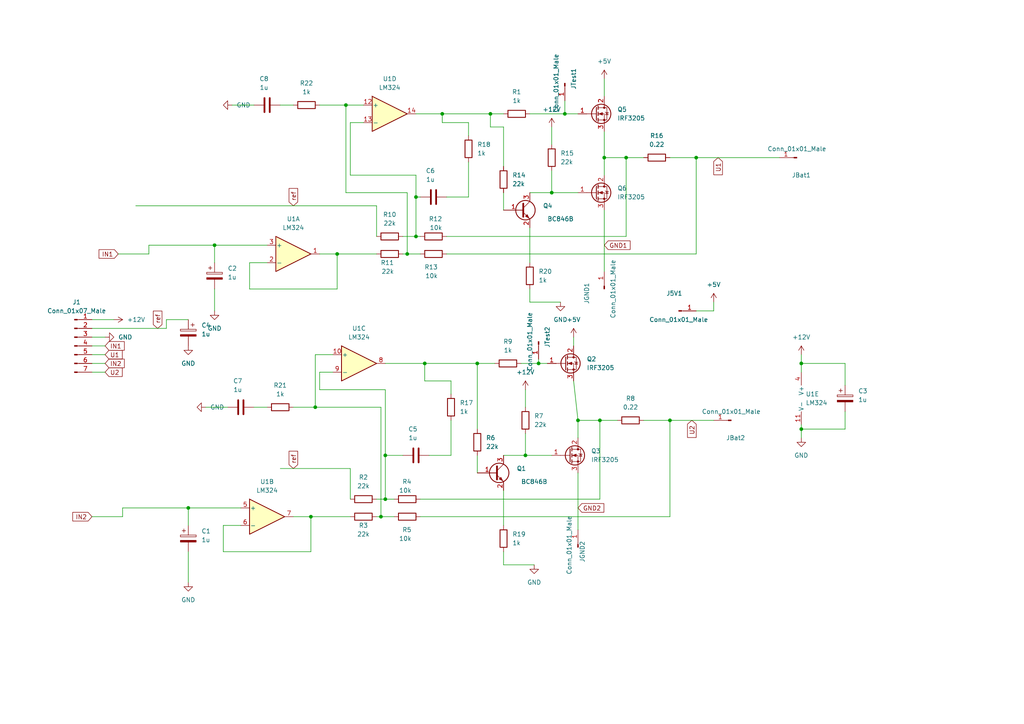
<source format=kicad_sch>
(kicad_sch (version 20211123) (generator eeschema)
  (paper "A4")
  (lib_symbols
    (symbol "Amplifier_Operational:LM324" (pin_names (offset 0.127))
      (property "Reference" "U" (at 0 5.08 0))
      (property "Value" "LM324" (at 0 -5.08 0))
      (symbol "LM324_1_1"
        (polyline (pts (xy -5.08 5.08) (xy 5.08 0) (xy -5.08 -5.08) (xy -5.08 5.08)) (stroke (width 0.254)) (fill (type background)))
        (pin output line (at 7.62 0 180) (length 2.54) (name "~") (number "1"))
        (pin input line (at -7.62 -2.54 0) (length 2.54) (name "-") (number "2"))
        (pin input line (at -7.62 2.54 0) (length 2.54) (name "+") (number "3"))
      )
      (symbol "LM324_2_1"
        (polyline (pts (xy -5.08 5.08) (xy 5.08 0) (xy -5.08 -5.08) (xy -5.08 5.08)) (stroke (width 0.254)) (fill (type background)))
        (pin input line (at -7.62 2.54 0) (length 2.54) (name "+") (number "5"))
        (pin input line (at -7.62 -2.54 0) (length 2.54) (name "-") (number "6"))
        (pin output line (at 7.62 0 180) (length 2.54) (name "~") (number "7"))
      )
      (symbol "LM324_3_1"
        (polyline (pts (xy -5.08 5.08) (xy 5.08 0) (xy -5.08 -5.08) (xy -5.08 5.08)) (stroke (width 0.254)) (fill (type background)))
        (pin input line (at -7.62 2.54 0) (length 2.54) (name "+") (number "10"))
        (pin output line (at 7.62 0 180) (length 2.54) (name "~") (number "8"))
        (pin input line (at -7.62 -2.54 0) (length 2.54) (name "-") (number "9"))
      )
      (symbol "LM324_4_1"
        (polyline (pts (xy -5.08 5.08) (xy 5.08 0) (xy -5.08 -5.08) (xy -5.08 5.08)) (stroke (width 0.254)) (fill (type background)))
        (pin input line (at -7.62 2.54 0) (length 2.54) (name "+") (number "12"))
        (pin input line (at -7.62 -2.54 0) (length 2.54) (name "-") (number "13"))
        (pin output line (at 7.62 0 180) (length 2.54) (name "~") (number "14"))
      )
      (symbol "LM324_5_1"
        (pin power_in line (at -2.54 -7.62 90) (length 3.81) (name "V-") (number "11"))
        (pin power_in line (at -2.54 7.62 270) (length 3.81) (name "V+") (number "4"))
      )
    )
    (symbol "Connector:Conn_01x01_Male" (pin_names (offset 1.016) hide)
      (property "Reference" "J" (at 0 2.54 0))
      (property "Value" "Conn_01x01_Male" (at 0 -2.54 0))
      (symbol "Conn_01x01_Male_1_1"
        (polyline (pts (xy 1.27 0) (xy 0.8636 0)) (stroke (width 0.1524)))
        (rectangle (start 0.8636 0.127) (end 0 -0.127) (stroke (width 0.1524)) (fill (type outline)))
        (pin passive line (at 5.08 0 180) (length 3.81) (name "Pin_1") (number "1"))
      )
    )
    (symbol "Connector:Conn_01x07_Male" (pin_names (offset 1.016) hide)
      (property "Reference" "J" (at 0 10.16 0))
      (property "Value" "Conn_01x07_Male" (at 0 -10.16 0))
      (symbol "Conn_01x07_Male_1_1"
        (polyline (pts (xy 1.27 -7.62) (xy 0.8636 -7.62)) (stroke (width 0.1524)))
        (polyline (pts (xy 1.27 -5.08) (xy 0.8636 -5.08)) (stroke (width 0.1524)))
        (polyline (pts (xy 1.27 -2.54) (xy 0.8636 -2.54)) (stroke (width 0.1524)))
        (polyline (pts (xy 1.27 0) (xy 0.8636 0)) (stroke (width 0.1524)))
        (polyline (pts (xy 1.27 2.54) (xy 0.8636 2.54)) (stroke (width 0.1524)))
        (polyline (pts (xy 1.27 5.08) (xy 0.8636 5.08)) (stroke (width 0.1524)))
        (polyline (pts (xy 1.27 7.62) (xy 0.8636 7.62)) (stroke (width 0.1524)))
        (rectangle (start 0.8636 -7.493) (end 0 -7.747) (stroke (width 0.1524)) (fill (type outline)))
        (rectangle (start 0.8636 -4.953) (end 0 -5.207) (stroke (width 0.1524)) (fill (type outline)))
        (rectangle (start 0.8636 -2.413) (end 0 -2.667) (stroke (width 0.1524)) (fill (type outline)))
        (rectangle (start 0.8636 0.127) (end 0 -0.127) (stroke (width 0.1524)) (fill (type outline)))
        (rectangle (start 0.8636 2.667) (end 0 2.413) (stroke (width 0.1524)) (fill (type outline)))
        (rectangle (start 0.8636 5.207) (end 0 4.953) (stroke (width 0.1524)) (fill (type outline)))
        (rectangle (start 0.8636 7.747) (end 0 7.493) (stroke (width 0.1524)) (fill (type outline)))
        (pin passive line (at 5.08 7.62 180) (length 3.81) (name "Pin_1") (number "1"))
        (pin passive line (at 5.08 5.08 180) (length 3.81) (name "Pin_2") (number "2"))
        (pin passive line (at 5.08 2.54 180) (length 3.81) (name "Pin_3") (number "3"))
        (pin passive line (at 5.08 0 180) (length 3.81) (name "Pin_4") (number "4"))
        (pin passive line (at 5.08 -2.54 180) (length 3.81) (name "Pin_5") (number "5"))
        (pin passive line (at 5.08 -5.08 180) (length 3.81) (name "Pin_6") (number "6"))
        (pin passive line (at 5.08 -7.62 180) (length 3.81) (name "Pin_7") (number "7"))
      )
    )
    (symbol "Device:C" (pin_numbers hide) (pin_names (offset 0.254))
      (property "Reference" "C" (at 0.635 2.54 0))
      (property "Value" "C" (at 0.635 -2.54 0))
      (symbol "C_0_1"
        (polyline (pts (xy -2.032 -0.762) (xy 2.032 -0.762)) (stroke (width 0.508)))
        (polyline (pts (xy -2.032 0.762) (xy 2.032 0.762)) (stroke (width 0.508)))
      )
      (symbol "C_1_1"
        (pin passive line (at 0 3.81 270) (length 2.794) (name "~") (number "1"))
        (pin passive line (at 0 -3.81 90) (length 2.794) (name "~") (number "2"))
      )
    )
    (symbol "Device:C_Polarized" (pin_numbers hide) (pin_names (offset 0.254))
      (property "Reference" "C" (at 0.635 2.54 0))
      (property "Value" "C_Polarized" (at 0.635 -2.54 0))
      (symbol "C_Polarized_0_1"
        (rectangle (start -2.286 0.508) (end 2.286 1.016))
        (polyline (pts (xy -1.778 2.286) (xy -0.762 2.286)))
        (polyline (pts (xy -1.27 2.794) (xy -1.27 1.778)))
        (rectangle (start 2.286 -0.508) (end -2.286 -1.016) (fill (type outline)))
      )
      (symbol "C_Polarized_1_1"
        (pin passive line (at 0 3.81 270) (length 2.794) (name "~") (number "1"))
        (pin passive line (at 0 -3.81 90) (length 2.794) (name "~") (number "2"))
      )
    )
    (symbol "Device:Q_NPN_BEC" (pin_names (offset 0) hide)
      (property "Reference" "Q" (at 5.08 1.27 0))
      (property "Value" "Q_NPN_BEC" (at 5.08 -1.27 0))
      (symbol "Q_NPN_BEC_0_1"
        (polyline (pts (xy 0.635 0.635) (xy 2.54 2.54)))
        (polyline (pts (xy 0.635 -0.635) (xy 2.54 -2.54) (xy 2.54 -2.54)))
        (polyline (pts (xy 0.635 1.905) (xy 0.635 -1.905) (xy 0.635 -1.905)) (stroke (width 0.508)))
        (polyline (pts (xy 1.27 -1.778) (xy 1.778 -1.27) (xy 2.286 -2.286) (xy 1.27 -1.778) (xy 1.27 -1.778)) (fill (type outline)))
        (circle (center 1.27 0) (radius 2.8194) (stroke (width 0.254)))
      )
      (symbol "Q_NPN_BEC_1_1"
        (pin input line (at -5.08 0 0) (length 5.715) (name "B") (number "1"))
        (pin passive line (at 2.54 -5.08 90) (length 2.54) (name "E") (number "2"))
        (pin passive line (at 2.54 5.08 270) (length 2.54) (name "C") (number "3"))
      )
    )
    (symbol "Device:R" (pin_numbers hide) (pin_names (offset 0))
      (property "Reference" "R" (at 2.032 0 90))
      (property "Value" "R" (at 0 0 90))
      (symbol "R_0_1"
        (rectangle (start -1.016 -2.54) (end 1.016 2.54) (stroke (width 0.254)))
      )
      (symbol "R_1_1"
        (pin passive line (at 0 3.81 270) (length 1.27) (name "~") (number "1"))
        (pin passive line (at 0 -3.81 90) (length 1.27) (name "~") (number "2"))
      )
    )
    (symbol "Transistor_FET:IRF3205" (pin_names hide)
      (property "Reference" "Q" (at 6.35 1.905 0))
      (property "Value" "IRF3205" (at 6.35 0 0))
      (symbol "IRF3205_0_1"
        (polyline (pts (xy 0.254 0) (xy -2.54 0)))
        (polyline (pts (xy 0.254 1.905) (xy 0.254 -1.905)) (stroke (width 0.254)))
        (polyline (pts (xy 0.762 -1.27) (xy 0.762 -2.286)) (stroke (width 0.254)))
        (polyline (pts (xy 0.762 0.508) (xy 0.762 -0.508)) (stroke (width 0.254)))
        (polyline (pts (xy 0.762 2.286) (xy 0.762 1.27)) (stroke (width 0.254)))
        (polyline (pts (xy 2.54 2.54) (xy 2.54 1.778)))
        (polyline (pts (xy 2.54 -2.54) (xy 2.54 0) (xy 0.762 0)))
        (polyline (pts (xy 0.762 -1.778) (xy 3.302 -1.778) (xy 3.302 1.778) (xy 0.762 1.778)))
        (polyline (pts (xy 1.016 0) (xy 2.032 0.381) (xy 2.032 -0.381) (xy 1.016 0)) (fill (type outline)))
        (polyline (pts (xy 2.794 0.508) (xy 2.921 0.381) (xy 3.683 0.381) (xy 3.81 0.254)))
        (polyline (pts (xy 3.302 0.381) (xy 2.921 -0.254) (xy 3.683 -0.254) (xy 3.302 0.381)))
        (circle (center 1.651 0) (radius 2.794) (stroke (width 0.254)))
        (circle (center 2.54 -1.778) (radius 0.254) (fill (type outline)))
        (circle (center 2.54 1.778) (radius 0.254) (fill (type outline)))
      )
      (symbol "IRF3205_1_1"
        (pin input line (at -5.08 0 0) (length 2.54) (name "G") (number "1"))
        (pin passive line (at 2.54 5.08 270) (length 2.54) (name "D") (number "2"))
        (pin passive line (at 2.54 -5.08 90) (length 2.54) (name "S") (number "3"))
      )
    )
    (symbol "power:+12V" (power) (pin_names (offset 0))
      (property "Value" "+12V" (at 0 3.556 0))
      (symbol "+12V_0_1"
        (polyline (pts (xy -0.762 1.27) (xy 0 2.54)))
        (polyline (pts (xy 0 0) (xy 0 2.54)))
        (polyline (pts (xy 0 2.54) (xy 0.762 1.27)))
      )
      (symbol "+12V_1_1"
        (pin power_in line (at 0 0 90) (length 0) hide (name "+12V") (number "1"))
      )
    )
    (symbol "power:+5V" (power) (pin_names (offset 0))
      (property "Value" "+5V" (at 0 3.556 0))
      (symbol "+5V_0_1"
        (polyline (pts (xy -0.762 1.27) (xy 0 2.54)))
        (polyline (pts (xy 0 0) (xy 0 2.54)))
        (polyline (pts (xy 0 2.54) (xy 0.762 1.27)))
      )
      (symbol "+5V_1_1"
        (pin power_in line (at 0 0 90) (length 0) hide (name "+5V") (number "1"))
      )
    )
    (symbol "power:GND" (power) (pin_names (offset 0))
      (property "Value" "GND" (at 0 -3.81 0))
      (symbol "GND_0_1"
        (polyline (pts (xy 0 0) (xy 0 -1.27) (xy 1.27 -1.27) (xy 0 -2.54) (xy -1.27 -1.27) (xy 0 -1.27)))
      )
      (symbol "GND_1_1"
        (pin power_in line (at 0 0 270) (length 0) hide (name "GND") (number "1"))
      )
    )
  )
  (junction (at 123.19 105.41))
  (junction (at 118.11 73.66))
  (junction (at 175.26 45.72))
  (junction (at 232.41 124.46))
  (junction (at 156.21 105.41))
  (junction (at 90.17 149.86))
  (junction (at 138.43 105.41))
  (junction (at 110.49 149.86))
  (junction (at 160.02 55.88))
  (junction (at 152.4 132.08))
  (junction (at 167.64 121.92))
  (junction (at 97.79 73.66))
  (junction (at 201.93 45.72))
  (junction (at 173.99 121.92))
  (junction (at 194.31 121.92))
  (junction (at 62.23 71.12))
  (junction (at 54.61 147.32))
  (junction (at 111.76 144.78))
  (junction (at 142.24 33.02))
  (junction (at 181.61 45.72))
  (junction (at 120.65 68.58))
  (junction (at 232.41 105.41))
  (junction (at 120.65 57.15))
  (junction (at 128.27 33.02))
  (junction (at 91.44 118.11))
  (junction (at 163.83 33.02))
  (junction (at 100.33 30.48))
  (junction (at 111.76 132.08))
  (wire (pts (xy 48.26 92.71) (xy 48.26 95.25)))
  (wire (pts (xy 67.31 30.48) (xy 73.66 30.48)))
  (wire (pts (xy 101.6 50.8) (xy 101.6 35.56)))
  (wire (pts (xy 91.44 102.87) (xy 91.44 118.11)))
  (wire (pts (xy 194.31 45.72) (xy 201.93 45.72)))
  (wire (pts (xy 153.67 66.04) (xy 153.67 76.2)))
  (wire (pts (xy 111.76 113.03) (xy 111.76 132.08)))
  (wire (pts (xy 54.61 160.02) (xy 54.61 168.91)))
  (wire (pts (xy 194.31 121.92) (xy 194.31 149.86)))
  (wire (pts (xy 85.09 149.86) (xy 90.17 149.86)))
  (wire (pts (xy 120.65 50.8) (xy 101.6 50.8)))
  (wire (pts (xy 245.11 119.38) (xy 245.11 124.46)))
  (wire (pts (xy 138.43 105.41) (xy 143.51 105.41)))
  (wire (pts (xy 72.39 83.82) (xy 97.79 83.82)))
  (wire (pts (xy 160.02 55.88) (xy 167.64 55.88)))
  (wire (pts (xy 194.31 121.92) (xy 207.01 121.92)))
  (wire (pts (xy 173.99 121.92) (xy 179.07 121.92)))
  (wire (pts (xy 81.28 135.89) (xy 101.6 135.89)))
  (wire (pts (xy 26.67 100.33) (xy 30.48 100.33)))
  (wire (pts (xy 64.77 152.4) (xy 64.77 160.02)))
  (wire (pts (xy 26.67 102.87) (xy 30.48 102.87)))
  (wire (pts (xy 181.61 45.72) (xy 186.69 45.72)))
  (wire (pts (xy 121.92 144.78) (xy 173.99 144.78)))
  (wire (pts (xy 123.19 110.49) (xy 130.81 110.49)))
  (wire (pts (xy 194.31 149.86) (xy 121.92 149.86)))
  (wire (pts (xy 153.67 87.63) (xy 162.56 87.63)))
  (wire (pts (xy 166.37 110.49) (xy 167.64 121.92)))
  (wire (pts (xy 138.43 105.41) (xy 138.43 124.46)))
  (wire (pts (xy 92.71 113.03) (xy 92.71 107.95)))
  (wire (pts (xy 175.26 45.72) (xy 175.26 50.8)))
  (wire (pts (xy 62.23 71.12) (xy 77.47 71.12)))
  (wire (pts (xy 97.79 83.82) (xy 97.79 73.66)))
  (wire (pts (xy 101.6 35.56) (xy 105.41 35.56)))
  (wire (pts (xy 129.54 57.15) (xy 135.89 57.15)))
  (wire (pts (xy 101.6 135.89) (xy 101.6 144.78)))
  (wire (pts (xy 54.61 152.4) (xy 54.61 147.32)))
  (wire (pts (xy 130.81 110.49) (xy 130.81 114.3)))
  (wire (pts (xy 146.05 142.24) (xy 146.05 152.4)))
  (wire (pts (xy 121.92 57.15) (xy 120.65 57.15)))
  (wire (pts (xy 153.67 33.02) (xy 163.83 33.02)))
  (wire (pts (xy 110.49 118.11) (xy 110.49 149.86)))
  (wire (pts (xy 92.71 107.95) (xy 96.52 107.95)))
  (wire (pts (xy 97.79 73.66) (xy 109.22 73.66)))
  (wire (pts (xy 120.65 68.58) (xy 121.92 68.58)))
  (wire (pts (xy 160.02 36.83) (xy 160.02 41.91)))
  (wire (pts (xy 153.67 83.82) (xy 153.67 87.63)))
  (wire (pts (xy 62.23 83.82) (xy 62.23 90.17)))
  (wire (pts (xy 43.18 73.66) (xy 34.29 73.66)))
  (wire (pts (xy 39.37 59.69) (xy 109.22 59.69)))
  (wire (pts (xy 156.21 104.14) (xy 156.21 105.41)))
  (wire (pts (xy 111.76 132.08) (xy 116.84 132.08)))
  (wire (pts (xy 153.67 55.88) (xy 160.02 55.88)))
  (wire (pts (xy 64.77 160.02) (xy 90.17 160.02)))
  (wire (pts (xy 201.93 45.72) (xy 226.06 45.72)))
  (wire (pts (xy 116.84 68.58) (xy 120.65 68.58)))
  (wire (pts (xy 81.28 30.48) (xy 85.09 30.48)))
  (wire (pts (xy 111.76 105.41) (xy 123.19 105.41)))
  (wire (pts (xy 77.47 76.2) (xy 72.39 76.2)))
  (wire (pts (xy 232.41 105.41) (xy 232.41 107.95)))
  (wire (pts (xy 201.93 90.17) (xy 207.01 90.17)))
  (wire (pts (xy 186.69 121.92) (xy 194.31 121.92)))
  (wire (pts (xy 167.64 121.92) (xy 167.64 127)))
  (wire (pts (xy 26.67 97.79) (xy 30.48 97.79)))
  (wire (pts (xy 124.46 132.08) (xy 130.81 132.08)))
  (wire (pts (xy 43.18 71.12) (xy 43.18 73.66)))
  (wire (pts (xy 73.66 118.11) (xy 77.47 118.11)))
  (wire (pts (xy 207.01 90.17) (xy 207.01 87.63)))
  (wire (pts (xy 54.61 147.32) (xy 69.85 147.32)))
  (wire (pts (xy 163.83 33.02) (xy 167.64 33.02)))
  (wire (pts (xy 152.4 113.03) (xy 152.4 118.11)))
  (wire (pts (xy 120.65 33.02) (xy 128.27 33.02)))
  (wire (pts (xy 90.17 149.86) (xy 101.6 149.86)))
  (wire (pts (xy 232.41 105.41) (xy 245.11 105.41)))
  (wire (pts (xy 35.56 147.32) (xy 54.61 147.32)))
  (wire (pts (xy 26.67 105.41) (xy 30.48 105.41)))
  (wire (pts (xy 35.56 147.32) (xy 35.56 149.86)))
  (wire (pts (xy 142.24 33.02) (xy 146.05 33.02)))
  (wire (pts (xy 232.41 124.46) (xy 232.41 127)))
  (wire (pts (xy 146.05 163.83) (xy 154.94 163.83)))
  (wire (pts (xy 90.17 160.02) (xy 90.17 149.86)))
  (wire (pts (xy 167.64 153.67) (xy 167.64 137.16)))
  (wire (pts (xy 163.83 29.21) (xy 163.83 33.02)))
  (wire (pts (xy 96.52 102.87) (xy 91.44 102.87)))
  (wire (pts (xy 123.19 105.41) (xy 123.19 110.49)))
  (wire (pts (xy 105.41 30.48) (xy 100.33 30.48)))
  (wire (pts (xy 111.76 132.08) (xy 111.76 144.78)))
  (wire (pts (xy 62.23 76.2) (xy 62.23 71.12)))
  (wire (pts (xy 111.76 144.78) (xy 114.3 144.78)))
  (wire (pts (xy 135.89 46.99) (xy 135.89 57.15)))
  (wire (pts (xy 54.61 92.71) (xy 48.26 92.71)))
  (wire (pts (xy 173.99 144.78) (xy 173.99 121.92)))
  (wire (pts (xy 160.02 49.53) (xy 160.02 55.88)))
  (wire (pts (xy 120.65 57.15) (xy 120.65 50.8)))
  (wire (pts (xy 245.11 105.41) (xy 245.11 111.76)))
  (wire (pts (xy 35.56 149.86) (xy 26.67 149.86)))
  (wire (pts (xy 128.27 35.56) (xy 135.89 35.56)))
  (wire (pts (xy 26.67 95.25) (xy 48.26 95.25)))
  (wire (pts (xy 69.85 152.4) (xy 64.77 152.4)))
  (wire (pts (xy 120.65 68.58) (xy 120.65 57.15)))
  (wire (pts (xy 123.19 105.41) (xy 138.43 105.41)))
  (wire (pts (xy 167.64 121.92) (xy 173.99 121.92)))
  (wire (pts (xy 118.11 55.88) (xy 118.11 73.66)))
  (wire (pts (xy 59.69 118.11) (xy 66.04 118.11)))
  (wire (pts (xy 245.11 124.46) (xy 232.41 124.46)))
  (wire (pts (xy 175.26 38.1) (xy 175.26 45.72)))
  (wire (pts (xy 85.09 118.11) (xy 91.44 118.11)))
  (wire (pts (xy 156.21 105.41) (xy 158.75 105.41)))
  (wire (pts (xy 175.26 45.72) (xy 181.61 45.72)))
  (wire (pts (xy 92.71 73.66) (xy 97.79 73.66)))
  (wire (pts (xy 116.84 73.66) (xy 118.11 73.66)))
  (wire (pts (xy 232.41 123.19) (xy 232.41 124.46)))
  (wire (pts (xy 100.33 30.48) (xy 100.33 55.88)))
  (wire (pts (xy 146.05 160.02) (xy 146.05 163.83)))
  (wire (pts (xy 166.37 97.79) (xy 166.37 100.33)))
  (wire (pts (xy 109.22 144.78) (xy 111.76 144.78)))
  (wire (pts (xy 128.27 33.02) (xy 142.24 33.02)))
  (wire (pts (xy 181.61 68.58) (xy 181.61 45.72)))
  (wire (pts (xy 152.4 125.73) (xy 152.4 132.08)))
  (wire (pts (xy 146.05 48.26) (xy 146.05 36.83)))
  (wire (pts (xy 129.54 68.58) (xy 181.61 68.58)))
  (wire (pts (xy 130.81 121.92) (xy 130.81 132.08)))
  (wire (pts (xy 175.26 22.86) (xy 175.26 27.94)))
  (wire (pts (xy 138.43 132.08) (xy 138.43 137.16)))
  (wire (pts (xy 142.24 36.83) (xy 142.24 33.02)))
  (wire (pts (xy 111.76 113.03) (xy 92.71 113.03)))
  (wire (pts (xy 26.67 92.71) (xy 33.02 92.71)))
  (wire (pts (xy 26.67 107.95) (xy 30.48 107.95)))
  (wire (pts (xy 201.93 73.66) (xy 129.54 73.66)))
  (wire (pts (xy 146.05 36.83) (xy 142.24 36.83)))
  (wire (pts (xy 91.44 118.11) (xy 110.49 118.11)))
  (wire (pts (xy 146.05 55.88) (xy 146.05 60.96)))
  (wire (pts (xy 146.05 132.08) (xy 152.4 132.08)))
  (wire (pts (xy 201.93 45.72) (xy 201.93 73.66)))
  (wire (pts (xy 232.41 102.87) (xy 232.41 105.41)))
  (wire (pts (xy 43.18 71.12) (xy 62.23 71.12)))
  (wire (pts (xy 151.13 105.41) (xy 156.21 105.41)))
  (wire (pts (xy 128.27 33.02) (xy 128.27 35.56)))
  (wire (pts (xy 175.26 78.74) (xy 175.26 60.96)))
  (wire (pts (xy 118.11 73.66) (xy 121.92 73.66)))
  (wire (pts (xy 135.89 35.56) (xy 135.89 39.37)))
  (wire (pts (xy 152.4 132.08) (xy 160.02 132.08)))
  (wire (pts (xy 72.39 76.2) (xy 72.39 83.82)))
  (wire (pts (xy 110.49 149.86) (xy 114.3 149.86)))
  (wire (pts (xy 109.22 149.86) (xy 110.49 149.86)))
  (wire (pts (xy 100.33 55.88) (xy 118.11 55.88)))
  (wire (pts (xy 92.71 30.48) (xy 100.33 30.48)))
  (wire (pts (xy 109.22 59.69) (xy 109.22 68.58)))
  (global_label "U1" (shape input) (at 30.48 102.87 0) (property "Intersheet References" "${INTERSHEET_REFS}" (effects hide)))
  (global_label "ref" (shape input) (at 85.09 59.69 90) (property "Intersheet References" "${INTERSHEET_REFS}" (effects hide)))
  (global_label "ref" (shape input) (at 45.72 95.25 90) (property "Intersheet References" "${INTERSHEET_REFS}" (effects hide)))
  (global_label "IN2" (shape input) (at 26.67 149.86 180) (property "Intersheet References" "${INTERSHEET_REFS}" (effects hide)))
  (global_label "IN1" (shape input) (at 30.48 100.33 0) (property "Intersheet References" "${INTERSHEET_REFS}" (effects hide)))
  (global_label "GND1" (shape input) (at 175.26 71.12 0) (property "Intersheet References" "${INTERSHEET_REFS}" (effects hide)))
  (global_label "U2" (shape input) (at 30.48 107.95 0) (property "Intersheet References" "${INTERSHEET_REFS}" (effects hide)))
  (global_label "ref" (shape input) (at 85.09 135.89 90) (property "Intersheet References" "${INTERSHEET_REFS}" (effects hide)))
  (global_label "U2" (shape input) (at 200.66 121.92 270) (property "Intersheet References" "${INTERSHEET_REFS}" (effects hide)))
  (global_label "GND2" (shape input) (at 167.64 147.32 0) (property "Intersheet References" "${INTERSHEET_REFS}" (effects hide)))
  (global_label "U1" (shape input) (at 208.28 45.72 270) (property "Intersheet References" "${INTERSHEET_REFS}" (effects hide)))
  (global_label "IN2" (shape input) (at 30.48 105.41 0) (property "Intersheet References" "${INTERSHEET_REFS}" (effects hide)))
  (global_label "IN1" (shape input) (at 34.29 73.66 180) (property "Intersheet References" "${INTERSHEET_REFS}" (effects hide)))
  (symbol (lib_id "power:+5V") (at 166.37 97.79 0) (unit 1)
    (property "Reference" "#PWR04" (effects hide))
    (property "Value" "+5V" (at 166.37 92.71 0))
  )
  (symbol (lib_id "Device:R") (at 130.81 118.11 0) (unit 1)
    (property "Reference" "R17" (at 133.35 116.8399 0) (effects (justify left)))
    (property "Value" "1k" (at 133.35 119.3799 0) (effects (justify left)))
    (property "Footprint" "Resistor_SMD:R_1206_3216Metric" (effects hide))
  )
  (symbol (lib_id "Device:C_Polarized") (at 54.61 96.52 0) (mirror y) (unit 1)
    (property "Reference" "C4" (at 58.42 94.3609 0) (effects (justify right)))
    (property "Value" "1u" (at 58.42 96.9009 0) (effects (justify right)))
    (property "Footprint" "Capacitor_SMD:C_0603_1608Metric" (effects hide))
  )
  (symbol (lib_id "Device:R") (at 149.86 33.02 270) (unit 1)
    (property "Reference" "R1" (at 149.86 26.67 90))
    (property "Value" "1k" (at 149.86 29.21 90))
    (property "Footprint" "Resistor_SMD:R_1206_3216Metric" (effects hide))
  )
  (symbol (lib_id "Connector:Conn_01x01_Male") (at 212.09 121.92 180) (unit 1)
    (property "Reference" "JBat2" (at 213.36 127 0))
    (property "Value" "Conn_01x01_Male" (at 212.09 119.38 0))
    (property "Footprint" "Channel:PowerPad" (effects hide))
  )
  (symbol (lib_id "Transistor_FET:IRF3205") (at 172.72 33.02 0) (unit 1)
    (property "Reference" "Q5" (at 179.07 31.7499 0) (effects (justify left)))
    (property "Value" "IRF3205" (at 179.07 34.2899 0) (effects (justify left)))
    (property "Footprint" "Package_TO_SOT_THT:TO-220-3_Vertical" (effects hide))
    (property "Datasheet" "http://www.irf.com/product-info/datasheets/data/irf3205.pdf" (effects hide))
  )
  (symbol (lib_id "power:GND") (at 67.31 30.48 270) (unit 1)
    (property "Reference" "#PWR0106" (effects hide))
    (property "Value" "GND" (at 68.58 30.4799 90) (effects (justify left)))
  )
  (symbol (lib_id "Device:R") (at 113.03 73.66 90) (unit 1)
    (property "Reference" "R11" (at 114.3 76.2 90) (effects (justify left)))
    (property "Value" "22k" (at 114.3 78.74 90) (effects (justify left)))
    (property "Footprint" "Resistor_SMD:R_1206_3216Metric" (effects hide))
  )
  (symbol (lib_id "Connector:Conn_01x01_Male") (at 196.85 90.17 0) (unit 1)
    (property "Reference" "J5V1" (at 195.58 85.09 0))
    (property "Value" "Conn_01x01_Male" (at 196.85 92.71 0))
    (property "Footprint" "Channel:PowerPad" (effects hide))
  )
  (symbol (lib_id "Device:R") (at 81.28 118.11 90) (unit 1)
    (property "Reference" "R21" (at 81.28 111.76 90))
    (property "Value" "1k" (at 81.28 114.3 90))
    (property "Footprint" "Resistor_SMD:R_1206_3216Metric" (effects hide))
  )
  (symbol (lib_id "power:GND") (at 54.61 168.91 0) (unit 1)
    (property "Reference" "#PWR01" (effects hide))
    (property "Value" "GND" (at 54.61 173.99 0))
  )
  (symbol (lib_id "Device:R") (at 146.05 156.21 180) (unit 1)
    (property "Reference" "R19" (at 148.59 154.9399 0) (effects (justify right)))
    (property "Value" "1k" (at 148.59 157.4799 0) (effects (justify right)))
    (property "Footprint" "Resistor_SMD:R_1206_3216Metric" (effects hide))
  )
  (symbol (lib_id "Connector:Conn_01x01_Male") (at 175.26 83.82 90) (unit 1)
    (property "Reference" "JGND1" (at 170.18 85.09 0))
    (property "Value" "Conn_01x01_Male" (at 177.8 83.82 0))
    (property "Footprint" "Channel:PowerPad" (effects hide))
  )
  (symbol (lib_id "Device:R") (at 152.4 121.92 180) (unit 1)
    (property "Reference" "R7" (at 154.94 120.6499 0) (effects (justify right)))
    (property "Value" "22k" (at 154.94 123.1899 0) (effects (justify right)))
    (property "Footprint" "Resistor_SMD:R_1206_3216Metric" (effects hide))
  )
  (symbol (lib_id "Device:C") (at 77.47 30.48 90) (unit 1)
    (property "Reference" "C8" (at 76.581 22.86 90))
    (property "Value" "1u" (at 76.581 25.4 90))
    (property "Footprint" "Capacitor_SMD:C_0603_1608Metric" (effects hide))
  )
  (symbol (lib_id "power:+12V") (at 152.4 113.03 0) (unit 1)
    (property "Reference" "#PWR02" (effects hide))
    (property "Value" "+12V" (at 152.4 107.95 0))
  )
  (symbol (lib_id "Connector:Conn_01x01_Male") (at 167.64 158.75 90) (unit 1)
    (property "Reference" "JGND2" (at 168.91 160.02 0))
    (property "Value" "Conn_01x01_Male" (at 165.1 158.115 0))
    (property "Footprint" "Channel:PowerPad" (effects hide))
  )
  (symbol (lib_id "power:+12V") (at 33.02 92.71 270) (unit 1)
    (property "Reference" "#PWR0104" (effects hide))
    (property "Value" "+12V" (at 36.83 92.7099 90) (effects (justify left)))
  )
  (symbol (lib_id "Connector:Conn_01x07_Male") (at 21.59 100.33 0) (unit 1)
    (property "Reference" "J1" (at 22.225 87.63 0))
    (property "Value" "Conn_01x07_Male" (at 22.225 90.17 0))
    (property "Footprint" "Connector_PinHeader_2.54mm:PinHeader_1x07_P2.54mm_Vertical" (effects hide))
  )
  (symbol (lib_id "Device:R") (at 88.9 30.48 90) (unit 1)
    (property "Reference" "R22" (at 88.9 24.13 90))
    (property "Value" "1k" (at 88.9 26.67 90))
    (property "Footprint" "Resistor_SMD:R_1206_3216Metric" (effects hide))
  )
  (symbol (lib_id "Device:Q_NPN_BEC") (at 143.51 137.16 0) (unit 1)
    (property "Reference" "Q1" (at 149.86 135.89 0) (effects (justify left)))
    (property "Value" "BC846B" (at 151.13 139.7 0) (effects (justify left)))
    (property "Footprint" "Package_TO_SOT_SMD:SOT-23" (effects hide))
  )
  (symbol (lib_id "Device:R") (at 105.41 144.78 90) (unit 1)
    (property "Reference" "R2" (at 105.41 138.43 90))
    (property "Value" "22k" (at 105.41 140.97 90))
    (property "Footprint" "Resistor_SMD:R_1206_3216Metric" (effects hide))
  )
  (symbol (lib_id "Device:R") (at 147.32 105.41 270) (unit 1)
    (property "Reference" "R9" (at 147.32 99.06 90))
    (property "Value" "1k" (at 147.32 101.6 90))
    (property "Footprint" "Resistor_SMD:R_1206_3216Metric" (effects hide))
  )
  (symbol (lib_id "Device:C") (at 120.65 132.08 90) (unit 1)
    (property "Reference" "C5" (at 119.761 124.46 90))
    (property "Value" "1u" (at 119.761 127 90))
    (property "Footprint" "Capacitor_SMD:C_0603_1608Metric" (effects hide))
  )
  (symbol (lib_id "Amplifier_Operational:LM324") (at 104.14 105.41 0) (unit 3)
    (property "Reference" "U1" (at 104.14 95.25 0))
    (property "Value" "LM324" (at 104.14 97.79 0))
    (property "Footprint" "Package_SO:SOIC-14_3.9x8.7mm_P1.27mm" (effects hide))
    (property "Datasheet" "http://www.ti.com/lit/ds/symlink/lm2902-n.pdf" (effects hide))
  )
  (symbol (lib_id "Device:C") (at 125.73 57.15 90) (unit 1)
    (property "Reference" "C6" (at 124.841 49.53 90))
    (property "Value" "1u" (at 124.841 52.07 90))
    (property "Footprint" "Capacitor_SMD:C_0603_1608Metric" (effects hide))
  )
  (symbol (lib_id "Device:R") (at 135.89 43.18 0) (unit 1)
    (property "Reference" "R18" (at 138.43 41.9099 0) (effects (justify left)))
    (property "Value" "1k" (at 138.43 44.4499 0) (effects (justify left)))
    (property "Footprint" "Resistor_SMD:R_1206_3216Metric" (effects hide))
  )
  (symbol (lib_id "Amplifier_Operational:LM324") (at 77.47 149.86 0) (unit 2)
    (property "Reference" "U1" (at 77.47 139.7 0))
    (property "Value" "LM324" (at 77.47 142.24 0))
    (property "Footprint" "Package_SO:SOIC-14_3.9x8.7mm_P1.27mm" (effects hide))
    (property "Datasheet" "http://www.ti.com/lit/ds/symlink/lm2902-n.pdf" (effects hide))
  )
  (symbol (lib_id "Device:R") (at 125.73 68.58 90) (unit 1)
    (property "Reference" "R12" (at 128.27 63.5 90) (effects (justify left)))
    (property "Value" "10k" (at 128.27 66.04 90) (effects (justify left)))
    (property "Footprint" "Resistor_SMD:R_1206_3216Metric" (effects hide))
  )
  (symbol (lib_id "power:+5V") (at 207.01 87.63 0) (unit 1)
    (property "Reference" "#PWR0102" (effects hide))
    (property "Value" "+5V" (at 207.01 82.55 0))
  )
  (symbol (lib_id "power:+5V") (at 175.26 22.86 0) (unit 1)
    (property "Reference" "#PWR010" (effects hide))
    (property "Value" "+5V" (at 175.26 17.78 0))
  )
  (symbol (lib_id "Connector:Conn_01x01_Male") (at 231.14 45.72 180) (unit 1)
    (property "Reference" "JBat1" (at 232.41 50.8 0))
    (property "Value" "Conn_01x01_Male" (at 231.14 43.18 0))
    (property "Footprint" "Channel:PowerPad" (effects hide))
  )
  (symbol (lib_id "power:GND") (at 30.48 97.79 90) (unit 1)
    (property "Reference" "#PWR0105" (effects hide))
    (property "Value" "GND" (at 34.29 97.7899 90) (effects (justify right)))
  )
  (symbol (lib_id "power:GND") (at 154.94 163.83 0) (unit 1)
    (property "Reference" "#PWR03" (effects hide))
    (property "Value" "GND" (at 154.94 168.91 0))
  )
  (symbol (lib_id "Transistor_FET:IRF3205") (at 165.1 132.08 0) (unit 1)
    (property "Reference" "Q3" (at 171.45 130.8099 0) (effects (justify left)))
    (property "Value" "IRF3205" (at 171.45 133.3499 0) (effects (justify left)))
    (property "Footprint" "Package_TO_SOT_THT:TO-220-3_Vertical" (effects hide))
    (property "Datasheet" "http://www.irf.com/product-info/datasheets/data/irf3205.pdf" (effects hide))
  )
  (symbol (lib_id "power:+12V") (at 160.02 36.83 0) (unit 1)
    (property "Reference" "#PWR08" (effects hide))
    (property "Value" "+12V" (at 160.02 31.75 0))
  )
  (symbol (lib_id "Device:R") (at 118.11 144.78 90) (unit 1)
    (property "Reference" "R4" (at 119.38 139.7 90) (effects (justify left)))
    (property "Value" "10k" (at 119.3799 142.24 90) (effects (justify left)))
    (property "Footprint" "Resistor_SMD:R_1206_3216Metric" (effects hide))
  )
  (symbol (lib_id "Transistor_FET:IRF3205") (at 163.83 105.41 0) (unit 1)
    (property "Reference" "Q2" (at 170.18 104.1399 0) (effects (justify left)))
    (property "Value" "IRF3205" (at 170.18 106.6799 0) (effects (justify left)))
    (property "Footprint" "Package_TO_SOT_THT:TO-220-3_Vertical" (effects hide))
    (property "Datasheet" "http://www.irf.com/product-info/datasheets/data/irf3205.pdf" (effects hide))
  )
  (symbol (lib_id "power:+12V") (at 232.41 102.87 0) (unit 1)
    (property "Reference" "#PWR05" (effects hide))
    (property "Value" "+12V" (at 232.41 97.79 0))
  )
  (symbol (lib_id "Device:C_Polarized") (at 54.61 156.21 0) (unit 1)
    (property "Reference" "C1" (at 58.42 154.0509 0) (effects (justify left)))
    (property "Value" "1u" (at 58.42 156.5909 0) (effects (justify left)))
    (property "Footprint" "Capacitor_SMD:C_0603_1608Metric" (effects hide))
  )
  (symbol (lib_id "Device:C") (at 69.85 118.11 90) (unit 1)
    (property "Reference" "C7" (at 68.961 110.49 90))
    (property "Value" "1u" (at 68.961 113.03 90))
    (property "Footprint" "Capacitor_SMD:C_0603_1608Metric" (effects hide))
  )
  (symbol (lib_id "Device:R") (at 138.43 128.27 180) (unit 1)
    (property "Reference" "R6" (at 140.97 126.9999 0) (effects (justify right)))
    (property "Value" "22k" (at 140.97 129.5399 0) (effects (justify right)))
    (property "Footprint" "Resistor_SMD:R_1206_3216Metric" (effects hide))
  )
  (symbol (lib_id "power:GND") (at 54.61 100.33 0) (unit 1)
    (property "Reference" "#PWR0103" (effects hide))
    (property "Value" "GND" (at 54.61 105.41 0))
  )
  (symbol (lib_id "Device:R") (at 146.05 52.07 180) (unit 1)
    (property "Reference" "R14" (at 148.59 50.7999 0) (effects (justify right)))
    (property "Value" "22k" (at 148.59 53.3399 0) (effects (justify right)))
    (property "Footprint" "Resistor_SMD:R_1206_3216Metric" (effects hide))
  )
  (symbol (lib_id "power:GND") (at 59.69 118.11 270) (unit 1)
    (property "Reference" "#PWR0107" (effects hide))
    (property "Value" "GND" (at 60.96 118.1099 90) (effects (justify left)))
  )
  (symbol (lib_id "Device:R") (at 113.03 68.58 90) (unit 1)
    (property "Reference" "R10" (at 113.03 62.23 90))
    (property "Value" "22k" (at 113.03 64.77 90))
    (property "Footprint" "Resistor_SMD:R_1206_3216Metric" (effects hide))
  )
  (symbol (lib_id "Connector:Conn_01x01_Male") (at 156.21 99.06 270) (unit 1)
    (property "Reference" "JTest2" (at 158.75 97.79 0))
    (property "Value" "Conn_01x01_Male" (at 153.67 99.06 0))
    (property "Footprint" "Connector_PinHeader_2.54mm:PinHeader_1x01_P2.54mm_Vertical" (effects hide))
  )
  (symbol (lib_id "Amplifier_Operational:LM324") (at 113.03 33.02 0) (unit 4)
    (property "Reference" "U1" (at 113.03 22.86 0))
    (property "Value" "LM324" (at 113.03 25.4 0))
    (property "Footprint" "Package_SO:SOIC-14_3.9x8.7mm_P1.27mm" (effects hide))
    (property "Datasheet" "http://www.ti.com/lit/ds/symlink/lm2902-n.pdf" (effects hide))
  )
  (symbol (lib_id "power:GND") (at 232.41 127 0) (unit 1)
    (property "Reference" "#PWR06" (effects hide))
    (property "Value" "GND" (at 232.41 132.08 0))
  )
  (symbol (lib_id "Device:R") (at 105.41 149.86 90) (unit 1)
    (property "Reference" "R3" (at 105.41 152.4 90))
    (property "Value" "22k" (at 105.41 154.94 90))
    (property "Footprint" "Resistor_SMD:R_1206_3216Metric" (effects hide))
  )
  (symbol (lib_id "Device:R") (at 125.73 73.66 90) (unit 1)
    (property "Reference" "R13" (at 127 77.47 90) (effects (justify left)))
    (property "Value" "10k" (at 127 80.01 90) (effects (justify left)))
    (property "Footprint" "Resistor_SMD:R_1206_3216Metric" (effects hide))
  )
  (symbol (lib_id "power:GND") (at 162.56 87.63 0) (unit 1)
    (property "Reference" "#PWR09" (effects hide))
    (property "Value" "GND" (at 162.56 92.71 0))
  )
  (symbol (lib_id "Device:R") (at 182.88 121.92 90) (unit 1)
    (property "Reference" "R8" (at 182.88 115.57 90))
    (property "Value" "0.22" (at 182.88 118.11 90))
    (property "Footprint" "Resistor_THT:R_Axial_DIN0617_L17.0mm_D6.0mm_P25.40mm_Horizontal" (effects hide))
  )
  (symbol (lib_id "Device:C_Polarized") (at 245.11 115.57 0) (unit 1)
    (property "Reference" "C3" (at 248.92 113.4109 0) (effects (justify left)))
    (property "Value" "1u" (at 248.92 115.9509 0) (effects (justify left)))
    (property "Footprint" "Capacitor_SMD:C_0603_1608Metric" (effects hide))
  )
  (symbol (lib_id "Amplifier_Operational:LM324") (at 234.95 115.57 0) (unit 5)
    (property "Reference" "U1" (at 233.68 114.2999 0) (effects (justify left)))
    (property "Value" "LM324" (at 233.68 116.8399 0) (effects (justify left)))
    (property "Footprint" "Package_SO:SOIC-14_3.9x8.7mm_P1.27mm" (effects hide))
    (property "Datasheet" "http://www.ti.com/lit/ds/symlink/lm2902-n.pdf" (effects hide))
  )
  (symbol (lib_id "Transistor_FET:IRF3205") (at 172.72 55.88 0) (unit 1)
    (property "Reference" "Q6" (at 179.07 54.6099 0) (effects (justify left)))
    (property "Value" "IRF3205" (at 179.07 57.1499 0) (effects (justify left)))
    (property "Footprint" "Package_TO_SOT_THT:TO-220-3_Vertical" (effects hide))
    (property "Datasheet" "http://www.irf.com/product-info/datasheets/data/irf3205.pdf" (effects hide))
  )
  (symbol (lib_id "Device:R") (at 153.67 80.01 180) (unit 1)
    (property "Reference" "R20" (at 156.21 78.7399 0) (effects (justify right)))
    (property "Value" "1k" (at 156.21 81.2799 0) (effects (justify right)))
    (property "Footprint" "Resistor_SMD:R_1206_3216Metric" (effects hide))
  )
  (symbol (lib_id "Connector:Conn_01x01_Male") (at 163.83 24.13 270) (unit 1)
    (property "Reference" "JTest1" (at 166.37 22.86 0))
    (property "Value" "Conn_01x01_Male" (at 161.29 24.13 0))
    (property "Footprint" "Connector_PinHeader_2.54mm:PinHeader_1x01_P2.54mm_Vertical" (effects hide))
  )
  (symbol (lib_id "Device:R") (at 118.11 149.86 90) (unit 1)
    (property "Reference" "R5" (at 119.38 153.67 90) (effects (justify left)))
    (property "Value" "10k" (at 119.38 156.21 90) (effects (justify left)))
    (property "Footprint" "Resistor_SMD:R_1206_3216Metric" (effects hide))
  )
  (symbol (lib_id "power:GND") (at 62.23 90.17 0) (unit 1)
    (property "Reference" "#PWR07" (effects hide))
    (property "Value" "GND" (at 62.23 95.25 0))
  )
  (symbol (lib_id "Device:R") (at 190.5 45.72 90) (unit 1)
    (property "Reference" "R16" (at 190.5 39.37 90))
    (property "Value" "0.22" (at 190.5 41.91 90))
    (property "Footprint" "Resistor_THT:R_Axial_DIN0617_L17.0mm_D6.0mm_P25.40mm_Horizontal" (effects hide))
  )
  (symbol (lib_id "Amplifier_Operational:LM324") (at 85.09 73.66 0) (unit 1)
    (property "Reference" "U1" (at 85.09 63.5 0))
    (property "Value" "LM324" (at 85.09 66.04 0))
    (property "Footprint" "Package_SO:SOIC-14_3.9x8.7mm_P1.27mm" (effects hide))
    (property "Datasheet" "http://www.ti.com/lit/ds/symlink/lm2902-n.pdf" (effects hide))
  )
  (symbol (lib_id "Device:Q_NPN_BEC") (at 151.13 60.96 0) (unit 1)
    (property "Reference" "Q4" (at 157.48 59.69 0) (effects (justify left)))
    (property "Value" "BC846B" (at 158.75 63.5 0) (effects (justify left)))
    (property "Footprint" "Package_TO_SOT_SMD:SOT-23" (effects hide))
  )
  (symbol (lib_id "Device:C_Polarized") (at 62.23 80.01 0) (unit 1)
    (property "Reference" "C2" (at 66.04 77.8509 0) (effects (justify left)))
    (property "Value" "1u" (at 66.04 80.3909 0) (effects (justify left)))
    (property "Footprint" "Capacitor_SMD:C_0603_1608Metric" (effects hide))
  )
  (symbol (lib_id "Device:R") (at 160.02 45.72 180) (unit 1)
    (property "Reference" "R15" (at 162.56 44.4499 0) (effects (justify right)))
    (property "Value" "22k" (at 162.56 46.9899 0) (effects (justify right)))
    (property "Footprint" "Resistor_SMD:R_1206_3216Metric" (effects hide))
  )
)
</source>
